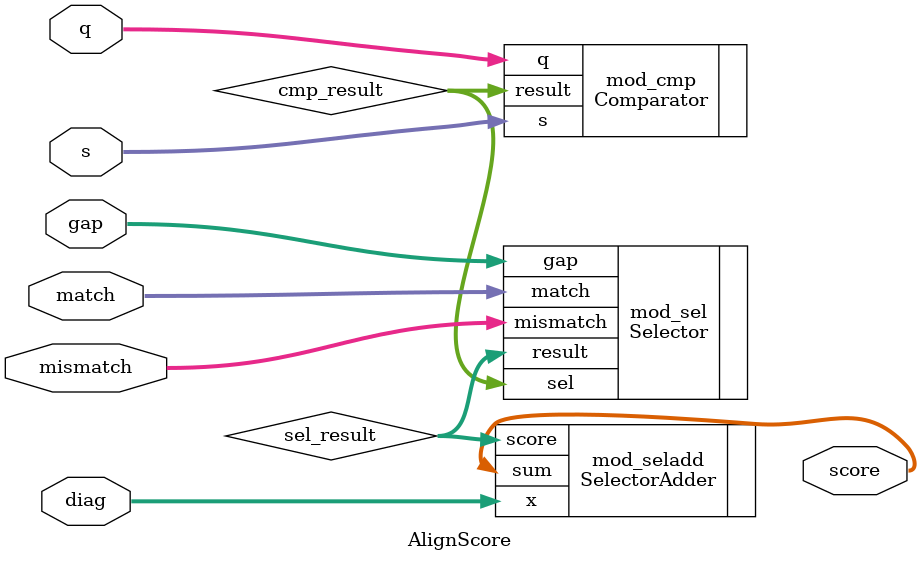
<source format=v>
`timescale 1ns / 1ps

/**
 * Determine the diagonal score based on all submodules chained together.
 */
module AlignScore(
        q,          // input current query letter
        s,          // input current subject letter
        diag,       // input diagonal up left score
        match,      // input global match score
        mismatch,   // input global mismatch score
        gap,        // input global gap score
        score       // output score of the current cell
    );
    
    input [2:0] q;
    input [1:0] s;
    input [1:0] match;
    input [1:0] mismatch;
    input [1:0] gap;
    input [1:0] diag;
    output [2:0] score;
    
    wire [2:0] cmp_result;
    wire [1:0] sel_result;
    
    Comparator mod_cmp(
        .q(q),              // current query letter
        .s(s),              // current subject letter
        .result(cmp_result) // output 100 match, 010 mismatch, 001 gap
    );
    
    // Select score depending if the current query and
    // subject letter was a match, mismtach, or gap.
    Selector mod_sel(
        .sel(cmp_result),
        .match(match),
        .mismatch(mismatch),
        .gap(gap),
        .result(sel_result)
    );
    
    SelectorAdder mod_seladd(
        .x(diag),
        .score(sel_result),
        .sum(score)
    );
    
endmodule 
</source>
